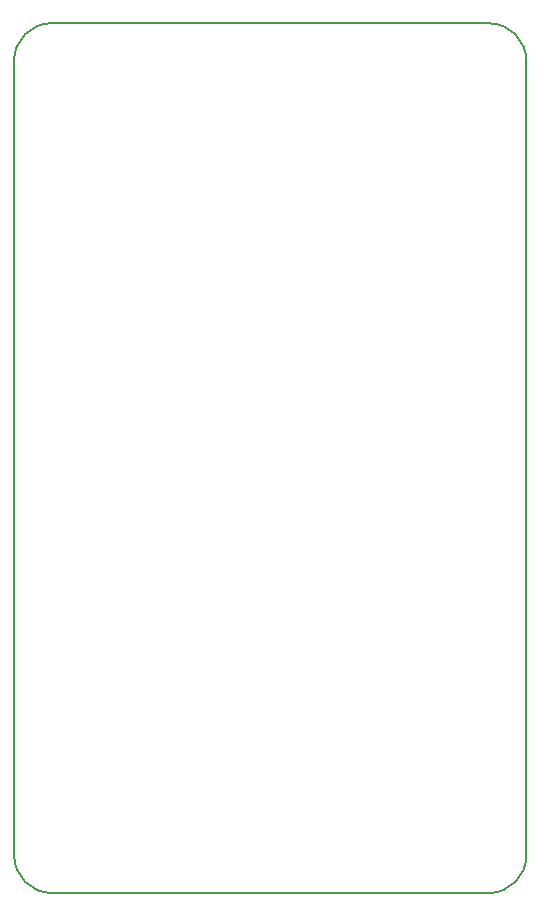
<source format=gm1>
G04 #@! TF.GenerationSoftware,KiCad,Pcbnew,(6.0.7)*
G04 #@! TF.CreationDate,2022-10-20T15:16:28+05:30*
G04 #@! TF.ProjectId,lornode,6c6f726e-6f64-4652-9e6b-696361645f70,rev?*
G04 #@! TF.SameCoordinates,Original*
G04 #@! TF.FileFunction,Profile,NP*
%FSLAX46Y46*%
G04 Gerber Fmt 4.6, Leading zero omitted, Abs format (unit mm)*
G04 Created by KiCad (PCBNEW (6.0.7)) date 2022-10-20 15:16:28*
%MOMM*%
%LPD*%
G01*
G04 APERTURE LIST*
G04 #@! TA.AperFunction,Profile*
%ADD10C,0.200000*%
G04 #@! TD*
G04 APERTURE END LIST*
D10*
X154305000Y-45720000D02*
G75*
G03*
X151130000Y-48895000I0J-3175000D01*
G01*
X154305000Y-45720000D02*
X191328336Y-45729864D01*
X151139864Y-116195136D02*
X151130000Y-48895000D01*
X151139864Y-116195136D02*
G75*
G03*
X154314864Y-119370136I3175036J36D01*
G01*
X194503336Y-48904864D02*
G75*
G03*
X191328336Y-45729864I-3175036J-36D01*
G01*
X191328336Y-119370136D02*
X154314864Y-119370136D01*
X191328336Y-119370136D02*
G75*
G03*
X194503336Y-116195136I-36J3175036D01*
G01*
X194503336Y-48904864D02*
X194503336Y-116195136D01*
M02*

</source>
